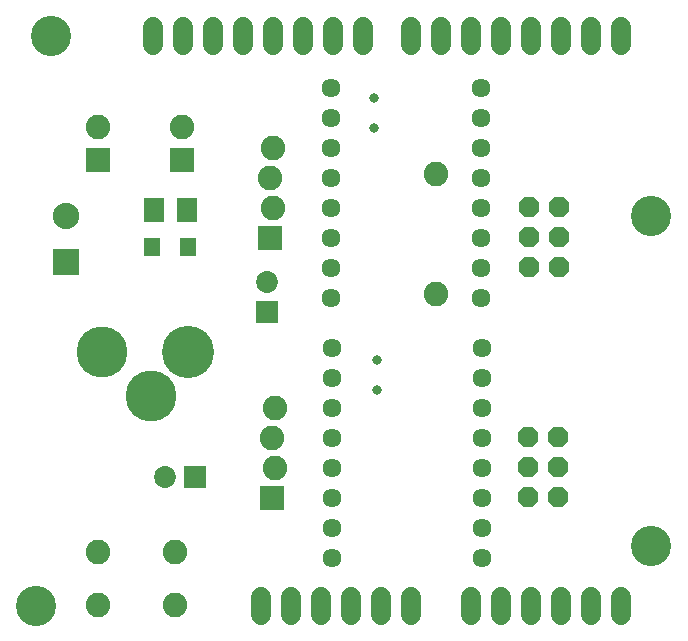
<source format=gts>
G75*
%MOIN*%
%OFA0B0*%
%FSLAX24Y24*%
%IPPOS*%
%LPD*%
%AMOC8*
5,1,8,0,0,1.08239X$1,22.5*
%
%ADD10C,0.1340*%
%ADD11C,0.0680*%
%ADD12C,0.0634*%
%ADD13R,0.0820X0.0820*%
%ADD14C,0.0820*%
%ADD15C,0.1740*%
%ADD16C,0.1700*%
%ADD17C,0.0730*%
%ADD18R,0.0730X0.0730*%
%ADD19C,0.0316*%
%ADD20R,0.0880X0.0880*%
%ADD21C,0.0880*%
%ADD22R,0.0710X0.0789*%
%ADD23R,0.0552X0.0631*%
%ADD24OC8,0.0680*%
D10*
X001150Y001150D03*
X001650Y020150D03*
X021650Y014150D03*
X021650Y003150D03*
D11*
X020650Y001450D02*
X020650Y000850D01*
X019650Y000850D02*
X019650Y001450D01*
X018650Y001450D02*
X018650Y000850D01*
X017650Y000850D02*
X017650Y001450D01*
X016650Y001450D02*
X016650Y000850D01*
X015650Y000850D02*
X015650Y001450D01*
X013650Y001450D02*
X013650Y000850D01*
X012650Y000850D02*
X012650Y001450D01*
X011650Y001450D02*
X011650Y000850D01*
X010650Y000850D02*
X010650Y001450D01*
X009650Y001450D02*
X009650Y000850D01*
X008650Y000850D02*
X008650Y001450D01*
X009050Y019850D02*
X009050Y020450D01*
X008050Y020450D02*
X008050Y019850D01*
X007050Y019850D02*
X007050Y020450D01*
X006050Y020450D02*
X006050Y019850D01*
X005050Y019850D02*
X005050Y020450D01*
X010050Y020450D02*
X010050Y019850D01*
X011050Y019850D02*
X011050Y020450D01*
X012050Y020450D02*
X012050Y019850D01*
X013650Y019850D02*
X013650Y020450D01*
X014650Y020450D02*
X014650Y019850D01*
X015650Y019850D02*
X015650Y020450D01*
X016650Y020450D02*
X016650Y019850D01*
X017650Y019850D02*
X017650Y020450D01*
X018650Y020450D02*
X018650Y019850D01*
X019650Y019850D02*
X019650Y020450D01*
X020650Y020450D02*
X020650Y019850D01*
D12*
X015980Y018415D03*
X015980Y017415D03*
X015980Y016415D03*
X015980Y015415D03*
X015980Y014415D03*
X015980Y013415D03*
X015980Y012415D03*
X015980Y011415D03*
X015995Y009730D03*
X015995Y008730D03*
X015995Y007730D03*
X015995Y006730D03*
X015995Y005730D03*
X015995Y004730D03*
X015995Y003730D03*
X015995Y002730D03*
X010995Y002730D03*
X010995Y003730D03*
X010995Y004730D03*
X010995Y005730D03*
X010995Y006730D03*
X010995Y007730D03*
X010995Y008730D03*
X010995Y009730D03*
X010980Y011415D03*
X010980Y012415D03*
X010980Y013415D03*
X010980Y014415D03*
X010980Y015415D03*
X010980Y016415D03*
X010980Y017415D03*
X010980Y018415D03*
D13*
X005990Y016000D03*
X003195Y016020D03*
X008930Y013415D03*
X008990Y004725D03*
D14*
X009090Y005725D03*
X008990Y006725D03*
X009090Y007725D03*
X005770Y002935D03*
X005770Y001155D03*
X003210Y001155D03*
X003210Y002935D03*
X014475Y011545D03*
X014475Y015545D03*
X009030Y016415D03*
X008930Y015415D03*
X009030Y014415D03*
X005990Y017100D03*
X003195Y017120D03*
D15*
X006209Y009610D03*
D16*
X004958Y008129D03*
X003326Y009600D03*
D17*
X005430Y005450D03*
X008845Y011935D03*
D18*
X008845Y010935D03*
X006430Y005450D03*
D19*
X012485Y008345D03*
X012485Y009345D03*
X012405Y017075D03*
X012405Y018075D03*
D20*
X002140Y012615D03*
D21*
X002140Y014133D03*
D22*
X005069Y014340D03*
X006171Y014340D03*
D23*
X006191Y013090D03*
X005009Y013090D03*
D24*
X017540Y006765D03*
X017540Y005765D03*
X017540Y004765D03*
X018540Y004765D03*
X018540Y005765D03*
X018540Y006765D03*
X018565Y012425D03*
X017565Y012425D03*
X017565Y013425D03*
X017565Y014425D03*
X018565Y014425D03*
X018565Y013425D03*
M02*

</source>
